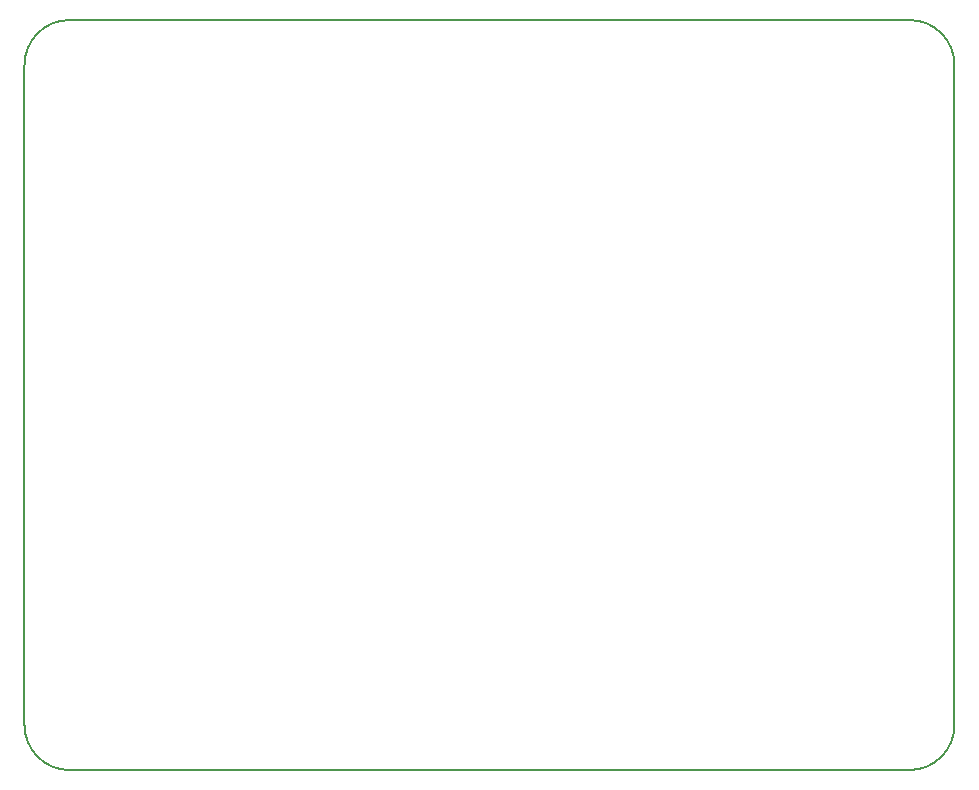
<source format=gm1>
G04 #@! TF.GenerationSoftware,KiCad,Pcbnew,5.0.1-33cea8e~68~ubuntu18.04.1*
G04 #@! TF.CreationDate,2018-11-08T20:55:12+01:00*
G04 #@! TF.ProjectId,microcontrollerBoard,6D6963726F636F6E74726F6C6C657242,rev?*
G04 #@! TF.SameCoordinates,Original*
G04 #@! TF.FileFunction,Profile,NP*
%FSLAX46Y46*%
G04 Gerber Fmt 4.6, Leading zero omitted, Abs format (unit mm)*
G04 Created by KiCad (PCBNEW 5.0.1-33cea8e~68~ubuntu18.04.1) date jue 08 nov 2018 20:55:12 CET*
%MOMM*%
%LPD*%
G01*
G04 APERTURE LIST*
%ADD10C,0.200000*%
G04 APERTURE END LIST*
D10*
X149860000Y-50800000D02*
X78740000Y-50800000D01*
X153670000Y-110490000D02*
X153670000Y-54610000D01*
X78740000Y-114300000D02*
X149860000Y-114300000D01*
X74930000Y-54610000D02*
X74930000Y-110490000D01*
X149860000Y-50800000D02*
G75*
G02X153670000Y-54610000I0J-3810000D01*
G01*
X153670000Y-110490000D02*
G75*
G02X149860000Y-114300000I-3810000J0D01*
G01*
X78740000Y-114300000D02*
G75*
G02X74930000Y-110490000I0J3810000D01*
G01*
X74930000Y-54610000D02*
G75*
G02X78740000Y-50800000I3810000J0D01*
G01*
M02*

</source>
